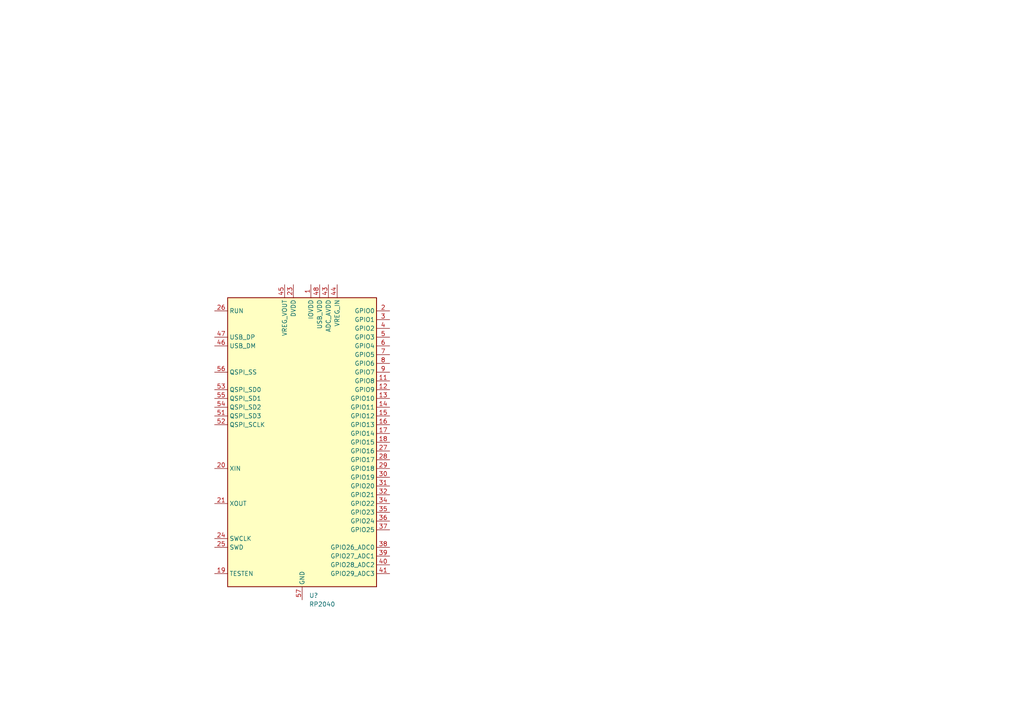
<source format=kicad_sch>
(kicad_sch (version 20211123) (generator eeschema)
  (paper "A4")
  (lib_symbols
    (symbol "MCU_RaspberryPi:RP2040"
      (property "Reference" "U" (at 17.78 45.72 0))
      (property "Value" "RP2040" (at 17.78 43.18 0))
      (symbol "RP2040_0_1"
        (rectangle (start -21.59 41.91) (end 21.59 -41.91) (stroke (width 0.254)) (fill (type background)))
      )
      (symbol "RP2040_1_1"
        (pin power_in line (at 2.54 45.72 270) (length 3.81) (name "IOVDD") (number "1"))
        (pin passive line (at 2.54 45.72 270) (length 3.81) hide (name "IOVDD") (number "10"))
        (pin bidirectional line (at 25.4 17.78 180) (length 3.81) (name "GPIO8") (number "11"))
        (pin bidirectional line (at 25.4 15.24 180) (length 3.81) (name "GPIO9") (number "12"))
        (pin bidirectional line (at 25.4 12.7 180) (length 3.81) (name "GPIO10") (number "13"))
        (pin bidirectional line (at 25.4 10.16 180) (length 3.81) (name "GPIO11") (number "14"))
        (pin bidirectional line (at 25.4 7.62 180) (length 3.81) (name "GPIO12") (number "15"))
        (pin bidirectional line (at 25.4 5.08 180) (length 3.81) (name "GPIO13") (number "16"))
        (pin bidirectional line (at 25.4 2.54 180) (length 3.81) (name "GPIO14") (number "17"))
        (pin bidirectional line (at 25.4 0 180) (length 3.81) (name "GPIO15") (number "18"))
        (pin input line (at -25.4 -38.1 0) (length 3.81) (name "TESTEN") (number "19"))
        (pin bidirectional line (at 25.4 38.1 180) (length 3.81) (name "GPIO0") (number "2"))
        (pin input line (at -25.4 -7.62 0) (length 3.81) (name "XIN") (number "20"))
        (pin passive line (at -25.4 -17.78 0) (length 3.81) (name "XOUT") (number "21"))
        (pin passive line (at 2.54 45.72 270) (length 3.81) hide (name "IOVDD") (number "22"))
        (pin power_in line (at -2.54 45.72 270) (length 3.81) (name "DVDD") (number "23"))
        (pin output line (at -25.4 -27.94 0) (length 3.81) (name "SWCLK") (number "24"))
        (pin bidirectional line (at -25.4 -30.48 0) (length 3.81) (name "SWD") (number "25"))
        (pin input line (at -25.4 38.1 0) (length 3.81) (name "RUN") (number "26"))
        (pin bidirectional line (at 25.4 -2.54 180) (length 3.81) (name "GPIO16") (number "27"))
        (pin bidirectional line (at 25.4 -5.08 180) (length 3.81) (name "GPIO17") (number "28"))
        (pin bidirectional line (at 25.4 -7.62 180) (length 3.81) (name "GPIO18") (number "29"))
        (pin bidirectional line (at 25.4 35.56 180) (length 3.81) (name "GPIO1") (number "3"))
        (pin bidirectional line (at 25.4 -10.16 180) (length 3.81) (name "GPIO19") (number "30"))
        (pin bidirectional line (at 25.4 -12.7 180) (length 3.81) (name "GPIO20") (number "31"))
        (pin bidirectional line (at 25.4 -15.24 180) (length 3.81) (name "GPIO21") (number "32"))
        (pin passive line (at 2.54 45.72 270) (length 3.81) hide (name "IOVDD") (number "33"))
        (pin bidirectional line (at 25.4 -17.78 180) (length 3.81) (name "GPIO22") (number "34"))
        (pin bidirectional line (at 25.4 -20.32 180) (length 3.81) (name "GPIO23") (number "35"))
        (pin bidirectional line (at 25.4 -22.86 180) (length 3.81) (name "GPIO24") (number "36"))
        (pin bidirectional line (at 25.4 -25.4 180) (length 3.81) (name "GPIO25") (number "37"))
        (pin bidirectional line (at 25.4 -30.48 180) (length 3.81) (name "GPIO26_ADC0") (number "38"))
        (pin bidirectional line (at 25.4 -33.02 180) (length 3.81) (name "GPIO27_ADC1") (number "39"))
        (pin bidirectional line (at 25.4 33.02 180) (length 3.81) (name "GPIO2") (number "4"))
        (pin bidirectional line (at 25.4 -35.56 180) (length 3.81) (name "GPIO28_ADC2") (number "40"))
        (pin bidirectional line (at 25.4 -38.1 180) (length 3.81) (name "GPIO29_ADC3") (number "41"))
        (pin passive line (at 2.54 45.72 270) (length 3.81) hide (name "IOVDD") (number "42"))
        (pin power_in line (at 7.62 45.72 270) (length 3.81) (name "ADC_AVDD") (number "43"))
        (pin power_in line (at 10.16 45.72 270) (length 3.81) (name "VREG_IN") (number "44"))
        (pin power_out line (at -5.08 45.72 270) (length 3.81) (name "VREG_VOUT") (number "45"))
        (pin bidirectional line (at -25.4 27.94 0) (length 3.81) (name "USB_DM") (number "46"))
        (pin bidirectional line (at -25.4 30.48 0) (length 3.81) (name "USB_DP") (number "47"))
        (pin power_in line (at 5.08 45.72 270) (length 3.81) (name "USB_VDD") (number "48"))
        (pin passive line (at 2.54 45.72 270) (length 3.81) hide (name "IOVDD") (number "49"))
        (pin bidirectional line (at 25.4 30.48 180) (length 3.81) (name "GPIO3") (number "5"))
        (pin passive line (at -2.54 45.72 270) (length 3.81) hide (name "DVDD") (number "50"))
        (pin bidirectional line (at -25.4 7.62 0) (length 3.81) (name "QSPI_SD3") (number "51"))
        (pin output line (at -25.4 5.08 0) (length 3.81) (name "QSPI_SCLK") (number "52"))
        (pin bidirectional line (at -25.4 15.24 0) (length 3.81) (name "QSPI_SD0") (number "53"))
        (pin bidirectional line (at -25.4 10.16 0) (length 3.81) (name "QSPI_SD2") (number "54"))
        (pin bidirectional line (at -25.4 12.7 0) (length 3.81) (name "QSPI_SD1") (number "55"))
        (pin bidirectional line (at -25.4 20.32 0) (length 3.81) (name "QSPI_SS") (number "56"))
        (pin power_in line (at 0 -45.72 90) (length 3.81) (name "GND") (number "57"))
        (pin bidirectional line (at 25.4 27.94 180) (length 3.81) (name "GPIO4") (number "6"))
        (pin bidirectional line (at 25.4 25.4 180) (length 3.81) (name "GPIO5") (number "7"))
        (pin bidirectional line (at 25.4 22.86 180) (length 3.81) (name "GPIO6") (number "8"))
        (pin bidirectional line (at 25.4 20.32 180) (length 3.81) (name "GPIO7") (number "9"))
      )
    )
  )
  (symbol (lib_id "MCU_RaspberryPi:RP2040") (at 87.63 128.27 0) (unit 1)
    (property "Reference" "U?" (at 89.6494 172.72 0) (effects (justify left)))
    (property "Value" "RP2040" (at 89.6494 175.26 0) (effects (justify left)))
    (property "Footprint" "Package_DFN_QFN:QFN-56-1EP_7x7mm_P0.4mm_EP3.2x3.2mm" (effects hide))
    (property "Datasheet" "https://datasheets.raspberrypi.com/rp2040/rp2040-datasheet.pdf" (effects hide))
  )
)
</source>
